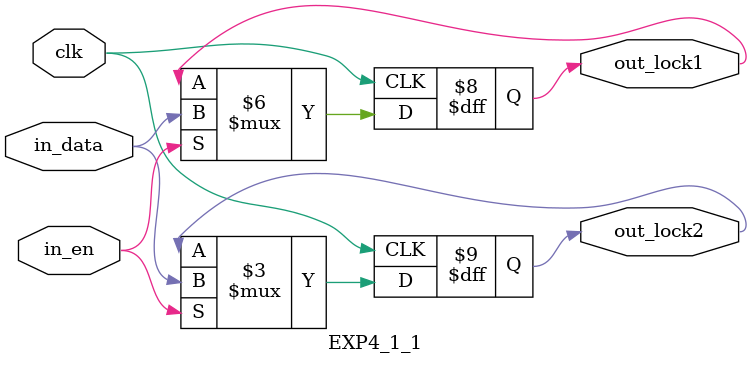
<source format=v>
module EXP4_1_1(in_data, clk, in_en, out_lock1, out_lock2);
    input in_data;
	 input clk;
	 input in_en;
	 
	 output reg out_lock1;
	 output reg out_lock2;
	 
	 always @ (posedge clk)
	 
	   if(in_en)
		  begin
		    out_lock1 = in_data;
			 out_lock2 = out_lock1;
		  end
		else
		  begin
		    out_lock1 = out_lock1;
			 out_lock2 = out_lock2;
		  end

endmodule

</source>
